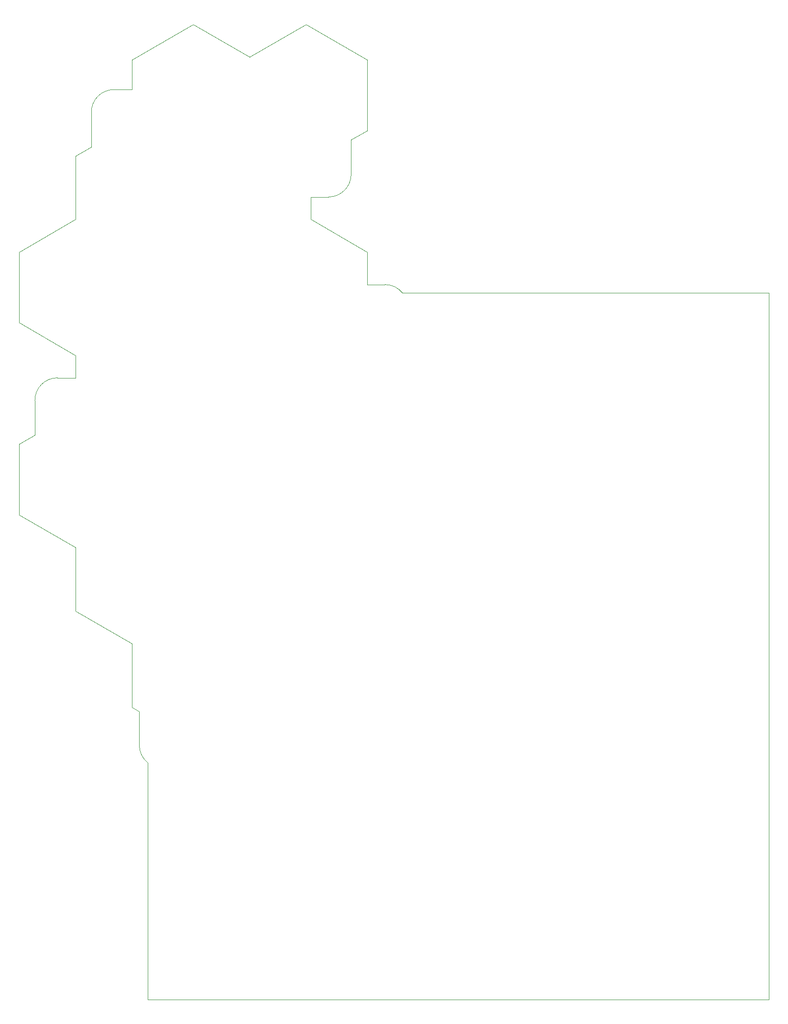
<source format=gm1>
G04 #@! TF.GenerationSoftware,KiCad,Pcbnew,(5.1.2-1)-1*
G04 #@! TF.CreationDate,2022-02-06T13:22:23-05:00*
G04 #@! TF.ProjectId,Wasp_Hive,57617370-5f48-4697-9665-2e6b69636164,rev?*
G04 #@! TF.SameCoordinates,Original*
G04 #@! TF.FileFunction,Profile,NP*
%FSLAX46Y46*%
G04 Gerber Fmt 4.6, Leading zero omitted, Abs format (unit mm)*
G04 Created by KiCad (PCBNEW (5.1.2-1)-1) date 2022-02-06 13:22:23*
%MOMM*%
%LPD*%
G04 APERTURE LIST*
%ADD10C,0.050000*%
G04 APERTURE END LIST*
D10*
X40000000Y-193175000D02*
X40001220Y-193123475D01*
X40001220Y-193123475D02*
G75*
G02X38500000Y-190000000I2498780J3123475D01*
G01*
X85200000Y-110000000D02*
X85123475Y-110001220D01*
X38500000Y-190000000D02*
X38500000Y-184060000D01*
X78820000Y-108500000D02*
X82000000Y-108500000D01*
X85123475Y-110001220D02*
G75*
G03X82000000Y-108500000I-3123475J-2498780D01*
G01*
X20000000Y-129000000D02*
X20000000Y-135120000D01*
X20000000Y-129000000D02*
G75*
G02X24000000Y-125000000I4000000J0D01*
G01*
X27180000Y-125000000D02*
X24000000Y-125000000D01*
X76000000Y-89000000D02*
X76000000Y-82880000D01*
X76000000Y-89000000D02*
G75*
G02X72000000Y-93000000I-4000000J0D01*
G01*
X68820000Y-93000000D02*
X72000000Y-93000000D01*
X30000000Y-78000000D02*
G75*
G02X34000000Y-74000000I4000000J0D01*
G01*
X30000000Y-78000000D02*
X30000000Y-84120000D01*
X37180000Y-74000000D02*
X34000000Y-74000000D01*
X37174682Y-172030000D02*
X37174682Y-183250000D01*
X38500000Y-184060000D02*
X37174682Y-183250000D01*
X37174682Y-172030000D02*
X27174682Y-166250000D01*
X78820000Y-108500000D02*
X78825318Y-102750000D01*
X27170000Y-155020000D02*
X27174682Y-166250000D01*
X20000000Y-135120000D02*
X17174682Y-136750000D01*
X17174682Y-136750000D02*
X17174682Y-149250000D01*
X27170000Y-155020000D02*
X17174682Y-149250000D01*
X17174682Y-102750000D02*
X17174682Y-115250000D01*
X27174682Y-96970000D02*
X17174682Y-102750000D01*
X27180000Y-121040000D02*
X17174682Y-115250000D01*
X27180000Y-121040000D02*
X27180000Y-125000000D01*
X68830000Y-96970000D02*
X78825318Y-102750000D01*
X68830000Y-96970000D02*
X68820000Y-93000000D01*
X27174682Y-85750000D02*
X27174682Y-96970000D01*
X30000000Y-84120000D02*
X27174682Y-85750000D01*
X48000000Y-62500000D02*
X58000000Y-68270000D01*
X48000000Y-62500000D02*
X37174682Y-68750000D01*
X37174682Y-68750000D02*
X37180000Y-74000000D01*
X78825318Y-81250000D02*
X78825318Y-68750000D01*
X76000000Y-82880000D02*
X78825318Y-81250000D01*
X68000000Y-62500000D02*
X58000000Y-68270000D01*
X68000000Y-62500000D02*
X78825318Y-68750000D01*
X40000000Y-235000000D02*
X40000000Y-193175000D01*
X150000000Y-235000000D02*
X40000000Y-235000000D01*
X150000000Y-110000000D02*
X85200000Y-110000000D01*
X150000000Y-235000000D02*
X150000000Y-110000000D01*
M02*

</source>
